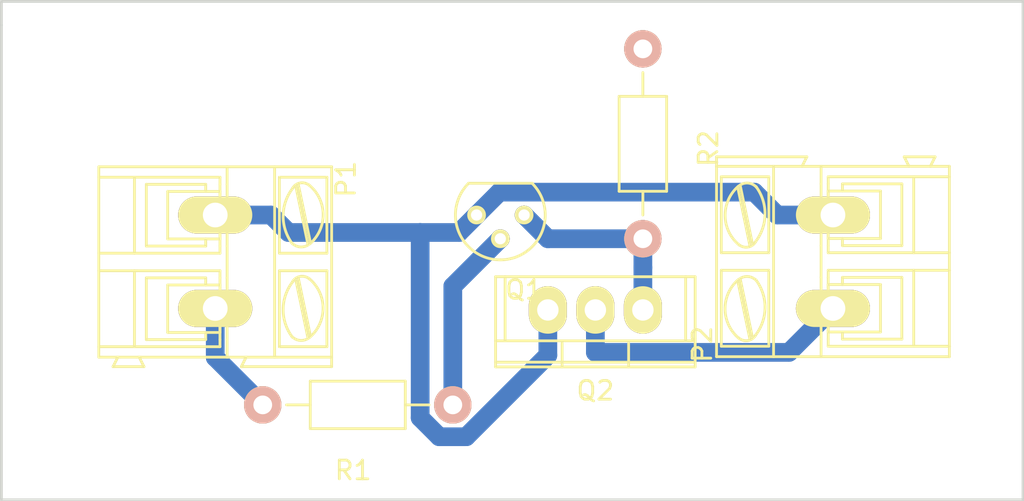
<source format=kicad_pcb>
(kicad_pcb (version 4) (host pcbnew 4.0.1-stable)

  (general
    (links 8)
    (no_connects 0)
    (area 119.304999 85.014999 174.065001 111.835001)
    (thickness 1.6)
    (drawings 5)
    (tracks 25)
    (zones 0)
    (modules 6)
    (nets 7)
  )

  (page A4)
  (layers
    (0 F.Cu signal hide)
    (31 B.Cu signal)
    (32 B.Adhes user)
    (33 F.Adhes user)
    (34 B.Paste user)
    (35 F.Paste user)
    (36 B.SilkS user)
    (37 F.SilkS user)
    (38 B.Mask user)
    (39 F.Mask user)
    (40 Dwgs.User user)
    (41 Cmts.User user)
    (42 Eco1.User user)
    (43 Eco2.User user)
    (44 Edge.Cuts user)
    (45 Margin user)
    (46 B.CrtYd user)
    (47 F.CrtYd user)
    (48 B.Fab user)
    (49 F.Fab user)
  )

  (setup
    (last_trace_width 1)
    (trace_clearance 0.2)
    (zone_clearance 0.508)
    (zone_45_only no)
    (trace_min 0.2)
    (segment_width 0.2)
    (edge_width 0.15)
    (via_size 2)
    (via_drill 0.4)
    (via_min_size 0.4)
    (via_min_drill 0.3)
    (uvia_size 0.3)
    (uvia_drill 0.1)
    (uvias_allowed no)
    (uvia_min_size 0.2)
    (uvia_min_drill 0.1)
    (pcb_text_width 0.3)
    (pcb_text_size 1.5 1.5)
    (mod_edge_width 0.15)
    (mod_text_size 1 1)
    (mod_text_width 0.15)
    (pad_size 1.524 1.524)
    (pad_drill 0.762)
    (pad_to_mask_clearance 0.2)
    (aux_axis_origin 0 0)
    (visible_elements 7FFFFFFF)
    (pcbplotparams
      (layerselection 0x00030_80000001)
      (usegerberextensions false)
      (excludeedgelayer true)
      (linewidth 0.100000)
      (plotframeref false)
      (viasonmask false)
      (mode 1)
      (useauxorigin false)
      (hpglpennumber 1)
      (hpglpenspeed 20)
      (hpglpendiameter 15)
      (hpglpenoverlay 2)
      (psnegative false)
      (psa4output false)
      (plotreference true)
      (plotvalue true)
      (plotinvisibletext false)
      (padsonsilk false)
      (subtractmaskfromsilk false)
      (outputformat 1)
      (mirror false)
      (drillshape 1)
      (scaleselection 1)
      (outputdirectory ""))
  )

  (net 0 "")
  (net 1 GND)
  (net 2 "Net-(P1-Pad2)")
  (net 3 "Net-(P2-Pad1)")
  (net 4 "Net-(Q1-Pad2)")
  (net 5 "Net-(Q1-Pad1)")
  (net 6 +12V)

  (net_class Default "Este es el tipo de red por defecto."
    (clearance 0.2)
    (trace_width 1)
    (via_dia 2)
    (via_drill 0.4)
    (uvia_dia 0.3)
    (uvia_drill 0.1)
    (add_net +12V)
    (add_net GND)
    (add_net "Net-(P1-Pad2)")
    (add_net "Net-(P2-Pad1)")
    (add_net "Net-(Q1-Pad1)")
    (add_net "Net-(Q1-Pad2)")
  )

  (module Connect:AK300-2 (layer F.Cu) (tedit 54792136) (tstamp 568C570F)
    (at 130.81 96.52 270)
    (descr CONNECTOR)
    (tags CONNECTOR)
    (path /568C53CB)
    (attr virtual)
    (fp_text reference P1 (at -1.92 -6.985 270) (layer F.SilkS)
      (effects (font (size 1 1) (thickness 0.15)))
    )
    (fp_text value CONN_01X02 (at 2.779 7.747 270) (layer F.Fab)
      (effects (font (size 1 1) (thickness 0.15)))
    )
    (fp_line (start 8.363 -6.473) (end -2.83 -6.473) (layer F.CrtYd) (width 0.05))
    (fp_line (start 8.363 6.473) (end 8.363 -6.473) (layer F.CrtYd) (width 0.05))
    (fp_line (start -2.83 6.473) (end 8.363 6.473) (layer F.CrtYd) (width 0.05))
    (fp_line (start -2.83 -6.473) (end -2.83 6.473) (layer F.CrtYd) (width 0.05))
    (fp_line (start -1.2596 2.54) (end 1.2804 2.54) (layer F.SilkS) (width 0.15))
    (fp_line (start 1.2804 2.54) (end 1.2804 -0.254) (layer F.SilkS) (width 0.15))
    (fp_line (start -1.2596 -0.254) (end 1.2804 -0.254) (layer F.SilkS) (width 0.15))
    (fp_line (start -1.2596 2.54) (end -1.2596 -0.254) (layer F.SilkS) (width 0.15))
    (fp_line (start 3.7442 2.54) (end 6.2842 2.54) (layer F.SilkS) (width 0.15))
    (fp_line (start 6.2842 2.54) (end 6.2842 -0.254) (layer F.SilkS) (width 0.15))
    (fp_line (start 3.7442 -0.254) (end 6.2842 -0.254) (layer F.SilkS) (width 0.15))
    (fp_line (start 3.7442 2.54) (end 3.7442 -0.254) (layer F.SilkS) (width 0.15))
    (fp_line (start 7.605 -6.223) (end 7.605 -3.175) (layer F.SilkS) (width 0.15))
    (fp_line (start 7.605 -6.223) (end -2.58 -6.223) (layer F.SilkS) (width 0.15))
    (fp_line (start 7.605 -6.223) (end 8.113 -6.223) (layer F.SilkS) (width 0.15))
    (fp_line (start 8.113 -6.223) (end 8.113 -1.397) (layer F.SilkS) (width 0.15))
    (fp_line (start 8.113 -1.397) (end 7.605 -1.651) (layer F.SilkS) (width 0.15))
    (fp_line (start 8.113 5.461) (end 7.605 5.207) (layer F.SilkS) (width 0.15))
    (fp_line (start 7.605 5.207) (end 7.605 6.223) (layer F.SilkS) (width 0.15))
    (fp_line (start 8.113 3.81) (end 7.605 4.064) (layer F.SilkS) (width 0.15))
    (fp_line (start 7.605 4.064) (end 7.605 5.207) (layer F.SilkS) (width 0.15))
    (fp_line (start 8.113 3.81) (end 8.113 5.461) (layer F.SilkS) (width 0.15))
    (fp_line (start 2.9822 6.223) (end 2.9822 4.318) (layer F.SilkS) (width 0.15))
    (fp_line (start 7.0462 -0.254) (end 7.0462 4.318) (layer F.SilkS) (width 0.15))
    (fp_line (start 2.9822 6.223) (end 7.0462 6.223) (layer F.SilkS) (width 0.15))
    (fp_line (start 7.0462 6.223) (end 7.605 6.223) (layer F.SilkS) (width 0.15))
    (fp_line (start 2.0424 6.223) (end 2.0424 4.318) (layer F.SilkS) (width 0.15))
    (fp_line (start 2.0424 6.223) (end 2.9822 6.223) (layer F.SilkS) (width 0.15))
    (fp_line (start -2.0216 -0.254) (end -2.0216 4.318) (layer F.SilkS) (width 0.15))
    (fp_line (start -2.58 6.223) (end -2.0216 6.223) (layer F.SilkS) (width 0.15))
    (fp_line (start -2.0216 6.223) (end 2.0424 6.223) (layer F.SilkS) (width 0.15))
    (fp_line (start 2.9822 4.318) (end 7.0462 4.318) (layer F.SilkS) (width 0.15))
    (fp_line (start 2.9822 4.318) (end 2.9822 -0.254) (layer F.SilkS) (width 0.15))
    (fp_line (start 7.0462 4.318) (end 7.0462 6.223) (layer F.SilkS) (width 0.15))
    (fp_line (start 2.0424 4.318) (end -2.0216 4.318) (layer F.SilkS) (width 0.15))
    (fp_line (start 2.0424 4.318) (end 2.0424 -0.254) (layer F.SilkS) (width 0.15))
    (fp_line (start -2.0216 4.318) (end -2.0216 6.223) (layer F.SilkS) (width 0.15))
    (fp_line (start 6.6652 3.683) (end 6.6652 0.508) (layer F.SilkS) (width 0.15))
    (fp_line (start 6.6652 3.683) (end 3.3632 3.683) (layer F.SilkS) (width 0.15))
    (fp_line (start 3.3632 3.683) (end 3.3632 0.508) (layer F.SilkS) (width 0.15))
    (fp_line (start 1.6614 3.683) (end 1.6614 0.508) (layer F.SilkS) (width 0.15))
    (fp_line (start 1.6614 3.683) (end -1.6406 3.683) (layer F.SilkS) (width 0.15))
    (fp_line (start -1.6406 3.683) (end -1.6406 0.508) (layer F.SilkS) (width 0.15))
    (fp_line (start -1.6406 0.508) (end -1.2596 0.508) (layer F.SilkS) (width 0.15))
    (fp_line (start 1.6614 0.508) (end 1.2804 0.508) (layer F.SilkS) (width 0.15))
    (fp_line (start 3.3632 0.508) (end 3.7442 0.508) (layer F.SilkS) (width 0.15))
    (fp_line (start 6.6652 0.508) (end 6.2842 0.508) (layer F.SilkS) (width 0.15))
    (fp_line (start -2.58 6.223) (end -2.58 -0.635) (layer F.SilkS) (width 0.15))
    (fp_line (start -2.58 -0.635) (end -2.58 -3.175) (layer F.SilkS) (width 0.15))
    (fp_line (start 7.605 -1.651) (end 7.605 -0.635) (layer F.SilkS) (width 0.15))
    (fp_line (start 7.605 -0.635) (end 7.605 4.064) (layer F.SilkS) (width 0.15))
    (fp_line (start -2.58 -3.175) (end 7.605 -3.175) (layer F.SilkS) (width 0.15))
    (fp_line (start -2.58 -3.175) (end -2.58 -6.223) (layer F.SilkS) (width 0.15))
    (fp_line (start 7.605 -3.175) (end 7.605 -1.651) (layer F.SilkS) (width 0.15))
    (fp_line (start 2.9822 -3.429) (end 2.9822 -5.969) (layer F.SilkS) (width 0.15))
    (fp_line (start 2.9822 -5.969) (end 7.0462 -5.969) (layer F.SilkS) (width 0.15))
    (fp_line (start 7.0462 -5.969) (end 7.0462 -3.429) (layer F.SilkS) (width 0.15))
    (fp_line (start 7.0462 -3.429) (end 2.9822 -3.429) (layer F.SilkS) (width 0.15))
    (fp_line (start 2.0424 -3.429) (end 2.0424 -5.969) (layer F.SilkS) (width 0.15))
    (fp_line (start 2.0424 -3.429) (end -2.0216 -3.429) (layer F.SilkS) (width 0.15))
    (fp_line (start -2.0216 -3.429) (end -2.0216 -5.969) (layer F.SilkS) (width 0.15))
    (fp_line (start 2.0424 -5.969) (end -2.0216 -5.969) (layer F.SilkS) (width 0.15))
    (fp_line (start 3.3886 -4.445) (end 6.4366 -5.08) (layer F.SilkS) (width 0.15))
    (fp_line (start 3.5156 -4.318) (end 6.5636 -4.953) (layer F.SilkS) (width 0.15))
    (fp_line (start -1.6152 -4.445) (end 1.43534 -5.08) (layer F.SilkS) (width 0.15))
    (fp_line (start -1.4882 -4.318) (end 1.5598 -4.953) (layer F.SilkS) (width 0.15))
    (fp_line (start -2.0216 -0.254) (end -1.6406 -0.254) (layer F.SilkS) (width 0.15))
    (fp_line (start 2.0424 -0.254) (end 1.6614 -0.254) (layer F.SilkS) (width 0.15))
    (fp_line (start 1.6614 -0.254) (end -1.6406 -0.254) (layer F.SilkS) (width 0.15))
    (fp_line (start -2.58 -0.635) (end -1.6406 -0.635) (layer F.SilkS) (width 0.15))
    (fp_line (start -1.6406 -0.635) (end 1.6614 -0.635) (layer F.SilkS) (width 0.15))
    (fp_line (start 1.6614 -0.635) (end 3.3632 -0.635) (layer F.SilkS) (width 0.15))
    (fp_line (start 7.605 -0.635) (end 6.6652 -0.635) (layer F.SilkS) (width 0.15))
    (fp_line (start 6.6652 -0.635) (end 3.3632 -0.635) (layer F.SilkS) (width 0.15))
    (fp_line (start 7.0462 -0.254) (end 6.6652 -0.254) (layer F.SilkS) (width 0.15))
    (fp_line (start 2.9822 -0.254) (end 3.3632 -0.254) (layer F.SilkS) (width 0.15))
    (fp_line (start 3.3632 -0.254) (end 6.6652 -0.254) (layer F.SilkS) (width 0.15))
    (fp_arc (start 6.0302 -4.59486) (end 6.53566 -5.05206) (angle 90.5) (layer F.SilkS) (width 0.15))
    (fp_arc (start 5.065 -6.0706) (end 6.52804 -4.11734) (angle 75.5) (layer F.SilkS) (width 0.15))
    (fp_arc (start 4.98626 -3.7084) (end 3.3886 -5.0038) (angle 100) (layer F.SilkS) (width 0.15))
    (fp_arc (start 3.8712 -4.64566) (end 3.58164 -4.1275) (angle 104.2) (layer F.SilkS) (width 0.15))
    (fp_arc (start 1.0264 -4.59486) (end 1.5344 -5.05206) (angle 90.5) (layer F.SilkS) (width 0.15))
    (fp_arc (start 0.06374 -6.0706) (end 1.52678 -4.11734) (angle 75.5) (layer F.SilkS) (width 0.15))
    (fp_arc (start -0.01246 -3.7084) (end -1.6152 -5.0038) (angle 100) (layer F.SilkS) (width 0.15))
    (fp_arc (start -1.1326 -4.64566) (end -1.41962 -4.1275) (angle 104.2) (layer F.SilkS) (width 0.15))
    (pad 1 thru_hole oval (at 0 0 270) (size 1.9812 3.9624) (drill 1.3208) (layers *.Cu F.Paste F.SilkS F.Mask)
      (net 1 GND))
    (pad 2 thru_hole oval (at 5 0 270) (size 1.9812 3.9624) (drill 1.3208) (layers *.Cu F.Paste F.SilkS F.Mask)
      (net 2 "Net-(P1-Pad2)"))
  )

  (module Connect:AK300-2 (layer F.Cu) (tedit 54792136) (tstamp 568C5715)
    (at 163.83 101.52 90)
    (descr CONNECTOR)
    (tags CONNECTOR)
    (path /568C57A0)
    (attr virtual)
    (fp_text reference P2 (at -1.92 -6.985 90) (layer F.SilkS)
      (effects (font (size 1 1) (thickness 0.15)))
    )
    (fp_text value CONN_01X02 (at 2.779 7.747 90) (layer F.Fab)
      (effects (font (size 1 1) (thickness 0.15)))
    )
    (fp_line (start 8.363 -6.473) (end -2.83 -6.473) (layer F.CrtYd) (width 0.05))
    (fp_line (start 8.363 6.473) (end 8.363 -6.473) (layer F.CrtYd) (width 0.05))
    (fp_line (start -2.83 6.473) (end 8.363 6.473) (layer F.CrtYd) (width 0.05))
    (fp_line (start -2.83 -6.473) (end -2.83 6.473) (layer F.CrtYd) (width 0.05))
    (fp_line (start -1.2596 2.54) (end 1.2804 2.54) (layer F.SilkS) (width 0.15))
    (fp_line (start 1.2804 2.54) (end 1.2804 -0.254) (layer F.SilkS) (width 0.15))
    (fp_line (start -1.2596 -0.254) (end 1.2804 -0.254) (layer F.SilkS) (width 0.15))
    (fp_line (start -1.2596 2.54) (end -1.2596 -0.254) (layer F.SilkS) (width 0.15))
    (fp_line (start 3.7442 2.54) (end 6.2842 2.54) (layer F.SilkS) (width 0.15))
    (fp_line (start 6.2842 2.54) (end 6.2842 -0.254) (layer F.SilkS) (width 0.15))
    (fp_line (start 3.7442 -0.254) (end 6.2842 -0.254) (layer F.SilkS) (width 0.15))
    (fp_line (start 3.7442 2.54) (end 3.7442 -0.254) (layer F.SilkS) (width 0.15))
    (fp_line (start 7.605 -6.223) (end 7.605 -3.175) (layer F.SilkS) (width 0.15))
    (fp_line (start 7.605 -6.223) (end -2.58 -6.223) (layer F.SilkS) (width 0.15))
    (fp_line (start 7.605 -6.223) (end 8.113 -6.223) (layer F.SilkS) (width 0.15))
    (fp_line (start 8.113 -6.223) (end 8.113 -1.397) (layer F.SilkS) (width 0.15))
    (fp_line (start 8.113 -1.397) (end 7.605 -1.651) (layer F.SilkS) (width 0.15))
    (fp_line (start 8.113 5.461) (end 7.605 5.207) (layer F.SilkS) (width 0.15))
    (fp_line (start 7.605 5.207) (end 7.605 6.223) (layer F.SilkS) (width 0.15))
    (fp_line (start 8.113 3.81) (end 7.605 4.064) (layer F.SilkS) (width 0.15))
    (fp_line (start 7.605 4.064) (end 7.605 5.207) (layer F.SilkS) (width 0.15))
    (fp_line (start 8.113 3.81) (end 8.113 5.461) (layer F.SilkS) (width 0.15))
    (fp_line (start 2.9822 6.223) (end 2.9822 4.318) (layer F.SilkS) (width 0.15))
    (fp_line (start 7.0462 -0.254) (end 7.0462 4.318) (layer F.SilkS) (width 0.15))
    (fp_line (start 2.9822 6.223) (end 7.0462 6.223) (layer F.SilkS) (width 0.15))
    (fp_line (start 7.0462 6.223) (end 7.605 6.223) (layer F.SilkS) (width 0.15))
    (fp_line (start 2.0424 6.223) (end 2.0424 4.318) (layer F.SilkS) (width 0.15))
    (fp_line (start 2.0424 6.223) (end 2.9822 6.223) (layer F.SilkS) (width 0.15))
    (fp_line (start -2.0216 -0.254) (end -2.0216 4.318) (layer F.SilkS) (width 0.15))
    (fp_line (start -2.58 6.223) (end -2.0216 6.223) (layer F.SilkS) (width 0.15))
    (fp_line (start -2.0216 6.223) (end 2.0424 6.223) (layer F.SilkS) (width 0.15))
    (fp_line (start 2.9822 4.318) (end 7.0462 4.318) (layer F.SilkS) (width 0.15))
    (fp_line (start 2.9822 4.318) (end 2.9822 -0.254) (layer F.SilkS) (width 0.15))
    (fp_line (start 7.0462 4.318) (end 7.0462 6.223) (layer F.SilkS) (width 0.15))
    (fp_line (start 2.0424 4.318) (end -2.0216 4.318) (layer F.SilkS) (width 0.15))
    (fp_line (start 2.0424 4.318) (end 2.0424 -0.254) (layer F.SilkS) (width 0.15))
    (fp_line (start -2.0216 4.318) (end -2.0216 6.223) (layer F.SilkS) (width 0.15))
    (fp_line (start 6.6652 3.683) (end 6.6652 0.508) (layer F.SilkS) (width 0.15))
    (fp_line (start 6.6652 3.683) (end 3.3632 3.683) (layer F.SilkS) (width 0.15))
    (fp_line (start 3.3632 3.683) (end 3.3632 0.508) (layer F.SilkS) (width 0.15))
    (fp_line (start 1.6614 3.683) (end 1.6614 0.508) (layer F.SilkS) (width 0.15))
    (fp_line (start 1.6614 3.683) (end -1.6406 3.683) (layer F.SilkS) (width 0.15))
    (fp_line (start -1.6406 3.683) (end -1.6406 0.508) (layer F.SilkS) (width 0.15))
    (fp_line (start -1.6406 0.508) (end -1.2596 0.508) (layer F.SilkS) (width 0.15))
    (fp_line (start 1.6614 0.508) (end 1.2804 0.508) (layer F.SilkS) (width 0.15))
    (fp_line (start 3.3632 0.508) (end 3.7442 0.508) (layer F.SilkS) (width 0.15))
    (fp_line (start 6.6652 0.508) (end 6.2842 0.508) (layer F.SilkS) (width 0.15))
    (fp_line (start -2.58 6.223) (end -2.58 -0.635) (layer F.SilkS) (width 0.15))
    (fp_line (start -2.58 -0.635) (end -2.58 -3.175) (layer F.SilkS) (width 0.15))
    (fp_line (start 7.605 -1.651) (end 7.605 -0.635) (layer F.SilkS) (width 0.15))
    (fp_line (start 7.605 -0.635) (end 7.605 4.064) (layer F.SilkS) (width 0.15))
    (fp_line (start -2.58 -3.175) (end 7.605 -3.175) (layer F.SilkS) (width 0.15))
    (fp_line (start -2.58 -3.175) (end -2.58 -6.223) (layer F.SilkS) (width 0.15))
    (fp_line (start 7.605 -3.175) (end 7.605 -1.651) (layer F.SilkS) (width 0.15))
    (fp_line (start 2.9822 -3.429) (end 2.9822 -5.969) (layer F.SilkS) (width 0.15))
    (fp_line (start 2.9822 -5.969) (end 7.0462 -5.969) (layer F.SilkS) (width 0.15))
    (fp_line (start 7.0462 -5.969) (end 7.0462 -3.429) (layer F.SilkS) (width 0.15))
    (fp_line (start 7.0462 -3.429) (end 2.9822 -3.429) (layer F.SilkS) (width 0.15))
    (fp_line (start 2.0424 -3.429) (end 2.0424 -5.969) (layer F.SilkS) (width 0.15))
    (fp_line (start 2.0424 -3.429) (end -2.0216 -3.429) (layer F.SilkS) (width 0.15))
    (fp_line (start -2.0216 -3.429) (end -2.0216 -5.969) (layer F.SilkS) (width 0.15))
    (fp_line (start 2.0424 -5.969) (end -2.0216 -5.969) (layer F.SilkS) (width 0.15))
    (fp_line (start 3.3886 -4.445) (end 6.4366 -5.08) (layer F.SilkS) (width 0.15))
    (fp_line (start 3.5156 -4.318) (end 6.5636 -4.953) (layer F.SilkS) (width 0.15))
    (fp_line (start -1.6152 -4.445) (end 1.43534 -5.08) (layer F.SilkS) (width 0.15))
    (fp_line (start -1.4882 -4.318) (end 1.5598 -4.953) (layer F.SilkS) (width 0.15))
    (fp_line (start -2.0216 -0.254) (end -1.6406 -0.254) (layer F.SilkS) (width 0.15))
    (fp_line (start 2.0424 -0.254) (end 1.6614 -0.254) (layer F.SilkS) (width 0.15))
    (fp_line (start 1.6614 -0.254) (end -1.6406 -0.254) (layer F.SilkS) (width 0.15))
    (fp_line (start -2.58 -0.635) (end -1.6406 -0.635) (layer F.SilkS) (width 0.15))
    (fp_line (start -1.6406 -0.635) (end 1.6614 -0.635) (layer F.SilkS) (width 0.15))
    (fp_line (start 1.6614 -0.635) (end 3.3632 -0.635) (layer F.SilkS) (width 0.15))
    (fp_line (start 7.605 -0.635) (end 6.6652 -0.635) (layer F.SilkS) (width 0.15))
    (fp_line (start 6.6652 -0.635) (end 3.3632 -0.635) (layer F.SilkS) (width 0.15))
    (fp_line (start 7.0462 -0.254) (end 6.6652 -0.254) (layer F.SilkS) (width 0.15))
    (fp_line (start 2.9822 -0.254) (end 3.3632 -0.254) (layer F.SilkS) (width 0.15))
    (fp_line (start 3.3632 -0.254) (end 6.6652 -0.254) (layer F.SilkS) (width 0.15))
    (fp_arc (start 6.0302 -4.59486) (end 6.53566 -5.05206) (angle 90.5) (layer F.SilkS) (width 0.15))
    (fp_arc (start 5.065 -6.0706) (end 6.52804 -4.11734) (angle 75.5) (layer F.SilkS) (width 0.15))
    (fp_arc (start 4.98626 -3.7084) (end 3.3886 -5.0038) (angle 100) (layer F.SilkS) (width 0.15))
    (fp_arc (start 3.8712 -4.64566) (end 3.58164 -4.1275) (angle 104.2) (layer F.SilkS) (width 0.15))
    (fp_arc (start 1.0264 -4.59486) (end 1.5344 -5.05206) (angle 90.5) (layer F.SilkS) (width 0.15))
    (fp_arc (start 0.06374 -6.0706) (end 1.52678 -4.11734) (angle 75.5) (layer F.SilkS) (width 0.15))
    (fp_arc (start -0.01246 -3.7084) (end -1.6152 -5.0038) (angle 100) (layer F.SilkS) (width 0.15))
    (fp_arc (start -1.1326 -4.64566) (end -1.41962 -4.1275) (angle 104.2) (layer F.SilkS) (width 0.15))
    (pad 1 thru_hole oval (at 0 0 90) (size 1.9812 3.9624) (drill 1.3208) (layers *.Cu F.Paste F.SilkS F.Mask)
      (net 3 "Net-(P2-Pad1)"))
    (pad 2 thru_hole oval (at 5 0 90) (size 1.9812 3.9624) (drill 1.3208) (layers *.Cu F.Paste F.SilkS F.Mask)
      (net 1 GND))
  )

  (module TO_SOT_Packages_THT:TO-92_Molded_Narrow (layer F.Cu) (tedit 54F242E1) (tstamp 568C571C)
    (at 147.32 96.52 180)
    (descr "TO-92 leads molded, narrow, drill 0.6mm (see NXP sot054_po.pdf)")
    (tags "to-92 sc-43 sc-43a sot54 PA33 transistor")
    (path /568C4A16)
    (fp_text reference Q1 (at 0 -4 180) (layer F.SilkS)
      (effects (font (size 1 1) (thickness 0.15)))
    )
    (fp_text value BC548 (at 0 3 180) (layer F.Fab)
      (effects (font (size 1 1) (thickness 0.15)))
    )
    (fp_line (start -1.4 1.95) (end -1.4 -2.65) (layer F.CrtYd) (width 0.05))
    (fp_line (start -1.4 1.95) (end 3.9 1.95) (layer F.CrtYd) (width 0.05))
    (fp_line (start -0.43 1.7) (end 2.97 1.7) (layer F.SilkS) (width 0.15))
    (fp_arc (start 1.27 0) (end 1.27 -2.4) (angle -135) (layer F.SilkS) (width 0.15))
    (fp_arc (start 1.27 0) (end 1.27 -2.4) (angle 135) (layer F.SilkS) (width 0.15))
    (fp_line (start -1.4 -2.65) (end 3.9 -2.65) (layer F.CrtYd) (width 0.05))
    (fp_line (start 3.9 1.95) (end 3.9 -2.65) (layer F.CrtYd) (width 0.05))
    (pad 2 thru_hole circle (at 1.27 -1.27 270) (size 1.00076 1.00076) (drill 0.6) (layers *.Cu *.Mask F.SilkS)
      (net 4 "Net-(Q1-Pad2)"))
    (pad 3 thru_hole circle (at 2.54 0 270) (size 1.00076 1.00076) (drill 0.6) (layers *.Cu *.Mask F.SilkS)
      (net 1 GND))
    (pad 1 thru_hole circle (at 0 0 270) (size 1.00076 1.00076) (drill 0.6) (layers *.Cu *.Mask F.SilkS)
      (net 5 "Net-(Q1-Pad1)"))
    (model TO_SOT_Packages_THT.3dshapes/TO-92_Molded_Narrow.wrl
      (at (xyz 0.05 0 0))
      (scale (xyz 1 1 1))
      (rotate (xyz 0 0 -90))
    )
  )

  (module TO-220 (layer F.Cu) (tedit 0) (tstamp 568C5723)
    (at 151.13 101.6 180)
    (descr "Non Isolated JEDEC TO-220 Package")
    (tags "Power Integration YN Package")
    (path /568C5C29)
    (fp_text reference Q2 (at 0 -4.318 180) (layer F.SilkS)
      (effects (font (size 1 1) (thickness 0.15)))
    )
    (fp_text value IRF540N (at 0 -4.318 180) (layer F.Fab)
      (effects (font (size 1 1) (thickness 0.15)))
    )
    (fp_line (start 4.826 -1.651) (end 4.826 1.778) (layer F.SilkS) (width 0.15))
    (fp_line (start -4.826 -1.651) (end -4.826 1.778) (layer F.SilkS) (width 0.15))
    (fp_line (start 5.334 -2.794) (end -5.334 -2.794) (layer F.SilkS) (width 0.15))
    (fp_line (start 1.778 -1.778) (end 1.778 -3.048) (layer F.SilkS) (width 0.15))
    (fp_line (start -1.778 -1.778) (end -1.778 -3.048) (layer F.SilkS) (width 0.15))
    (fp_line (start -5.334 -1.651) (end 5.334 -1.651) (layer F.SilkS) (width 0.15))
    (fp_line (start 5.334 1.778) (end -5.334 1.778) (layer F.SilkS) (width 0.15))
    (fp_line (start -5.334 -3.048) (end -5.334 1.778) (layer F.SilkS) (width 0.15))
    (fp_line (start 5.334 -3.048) (end 5.334 1.778) (layer F.SilkS) (width 0.15))
    (fp_line (start 5.334 -3.048) (end -5.334 -3.048) (layer F.SilkS) (width 0.15))
    (pad 2 thru_hole oval (at 0 0 180) (size 2.032 2.54) (drill 1.143) (layers *.Cu *.Mask F.SilkS)
      (net 3 "Net-(P2-Pad1)"))
    (pad 3 thru_hole oval (at 2.54 0 180) (size 2.032 2.54) (drill 1.143) (layers *.Cu *.Mask F.SilkS)
      (net 1 GND))
    (pad 1 thru_hole oval (at -2.54 0 180) (size 2.032 2.54) (drill 1.143) (layers *.Cu *.Mask F.SilkS)
      (net 5 "Net-(Q1-Pad1)"))
  )

  (module Resistors_ThroughHole:Resistor_Horizontal_RM10mm (layer F.Cu) (tedit 53F56209) (tstamp 568C5729)
    (at 138.43 106.68 180)
    (descr "Resistor, Axial,  RM 10mm, 1/3W,")
    (tags "Resistor, Axial, RM 10mm, 1/3W,")
    (path /568C4908)
    (fp_text reference R1 (at 0.24892 -3.50012 180) (layer F.SilkS)
      (effects (font (size 1 1) (thickness 0.15)))
    )
    (fp_text value R (at 3.81 3.81 180) (layer F.Fab)
      (effects (font (size 1 1) (thickness 0.15)))
    )
    (fp_line (start -2.54 -1.27) (end 2.54 -1.27) (layer F.SilkS) (width 0.15))
    (fp_line (start 2.54 -1.27) (end 2.54 1.27) (layer F.SilkS) (width 0.15))
    (fp_line (start 2.54 1.27) (end -2.54 1.27) (layer F.SilkS) (width 0.15))
    (fp_line (start -2.54 1.27) (end -2.54 -1.27) (layer F.SilkS) (width 0.15))
    (fp_line (start -2.54 0) (end -3.81 0) (layer F.SilkS) (width 0.15))
    (fp_line (start 2.54 0) (end 3.81 0) (layer F.SilkS) (width 0.15))
    (pad 1 thru_hole circle (at -5.08 0 180) (size 1.99898 1.99898) (drill 1.00076) (layers *.Cu *.SilkS *.Mask)
      (net 4 "Net-(Q1-Pad2)"))
    (pad 2 thru_hole circle (at 5.08 0 180) (size 1.99898 1.99898) (drill 1.00076) (layers *.Cu *.SilkS *.Mask)
      (net 2 "Net-(P1-Pad2)"))
    (model Resistors_ThroughHole.3dshapes/Resistor_Horizontal_RM10mm.wrl
      (at (xyz 0 0 0))
      (scale (xyz 0.4 0.4 0.4))
      (rotate (xyz 0 0 0))
    )
  )

  (module Resistors_ThroughHole:Resistor_Horizontal_RM10mm (layer F.Cu) (tedit 53F56209) (tstamp 568C572F)
    (at 153.67 92.71 270)
    (descr "Resistor, Axial,  RM 10mm, 1/3W,")
    (tags "Resistor, Axial, RM 10mm, 1/3W,")
    (path /568C49F1)
    (fp_text reference R2 (at 0.24892 -3.50012 270) (layer F.SilkS)
      (effects (font (size 1 1) (thickness 0.15)))
    )
    (fp_text value R (at 3.81 3.81 270) (layer F.Fab)
      (effects (font (size 1 1) (thickness 0.15)))
    )
    (fp_line (start -2.54 -1.27) (end 2.54 -1.27) (layer F.SilkS) (width 0.15))
    (fp_line (start 2.54 -1.27) (end 2.54 1.27) (layer F.SilkS) (width 0.15))
    (fp_line (start 2.54 1.27) (end -2.54 1.27) (layer F.SilkS) (width 0.15))
    (fp_line (start -2.54 1.27) (end -2.54 -1.27) (layer F.SilkS) (width 0.15))
    (fp_line (start -2.54 0) (end -3.81 0) (layer F.SilkS) (width 0.15))
    (fp_line (start 2.54 0) (end 3.81 0) (layer F.SilkS) (width 0.15))
    (pad 1 thru_hole circle (at -5.08 0 270) (size 1.99898 1.99898) (drill 1.00076) (layers *.Cu *.SilkS *.Mask)
      (net 6 +12V))
    (pad 2 thru_hole circle (at 5.08 0 270) (size 1.99898 1.99898) (drill 1.00076) (layers *.Cu *.SilkS *.Mask)
      (net 5 "Net-(Q1-Pad1)"))
    (model Resistors_ThroughHole.3dshapes/Resistor_Horizontal_RM10mm.wrl
      (at (xyz 0 0 0))
      (scale (xyz 0.4 0.4 0.4))
      (rotate (xyz 0 0 0))
    )
  )

  (gr_line (start 119.38 85.09) (end 119.38 86.36) (layer Edge.Cuts) (width 0.15))
  (gr_line (start 173.99 85.09) (end 119.38 85.09) (layer Edge.Cuts) (width 0.15))
  (gr_line (start 173.99 111.76) (end 173.99 85.09) (layer Edge.Cuts) (width 0.15))
  (gr_line (start 119.38 111.76) (end 173.99 111.76) (layer Edge.Cuts) (width 0.15))
  (gr_line (start 119.38 86.36) (end 119.38 111.76) (layer Edge.Cuts) (width 0.15))

  (segment (start 163.83 96.52) (end 160.8488 96.52) (width 1) (layer B.Cu) (net 1))
  (segment (start 159.6233 95.2945) (end 160.8488 96.52) (width 1) (layer B.Cu) (net 1))
  (segment (start 146.0055 95.2945) (end 159.6233 95.2945) (width 1) (layer B.Cu) (net 1))
  (segment (start 144.78 96.52) (end 146.0055 95.2945) (width 1) (layer B.Cu) (net 1))
  (segment (start 130.81 96.52) (end 133.7912 96.52) (width 1) (layer B.Cu) (net 1))
  (segment (start 141.7643 107.3659) (end 141.7643 97.455) (width 1) (layer B.Cu) (net 1))
  (segment (start 142.7821 108.3837) (end 141.7643 107.3659) (width 1) (layer B.Cu) (net 1))
  (segment (start 144.2296 108.3837) (end 142.7821 108.3837) (width 1) (layer B.Cu) (net 1))
  (segment (start 148.59 104.0233) (end 144.2296 108.3837) (width 1) (layer B.Cu) (net 1))
  (segment (start 148.59 101.6) (end 148.59 104.0233) (width 1) (layer B.Cu) (net 1))
  (segment (start 143.845 97.455) (end 141.7643 97.455) (width 1) (layer B.Cu) (net 1))
  (segment (start 144.78 96.52) (end 143.845 97.455) (width 1) (layer B.Cu) (net 1))
  (segment (start 134.7262 97.455) (end 133.7912 96.52) (width 1) (layer B.Cu) (net 1))
  (segment (start 141.7643 97.455) (end 134.7262 97.455) (width 1) (layer B.Cu) (net 1))
  (segment (start 130.81 104.14) (end 130.81 101.52) (width 1) (layer B.Cu) (net 2))
  (segment (start 133.35 106.68) (end 130.81 104.14) (width 1) (layer B.Cu) (net 2))
  (segment (start 161.48 103.87) (end 163.83 101.52) (width 1) (layer B.Cu) (net 3))
  (segment (start 151.13 103.87) (end 161.48 103.87) (width 1) (layer B.Cu) (net 3))
  (segment (start 151.13 101.6) (end 151.13 103.87) (width 1) (layer B.Cu) (net 3))
  (segment (start 143.51 100.33) (end 146.05 97.79) (width 1) (layer B.Cu) (net 4))
  (segment (start 143.51 106.68) (end 143.51 100.33) (width 1) (layer B.Cu) (net 4))
  (segment (start 153.67 101.6) (end 153.67 99.33) (width 1) (layer B.Cu) (net 5))
  (segment (start 148.59 97.79) (end 153.67 97.79) (width 1) (layer B.Cu) (net 5))
  (segment (start 147.32 96.52) (end 148.59 97.79) (width 1) (layer B.Cu) (net 5))
  (segment (start 153.67 97.79) (end 153.67 99.33) (width 1) (layer B.Cu) (net 5))

)

</source>
